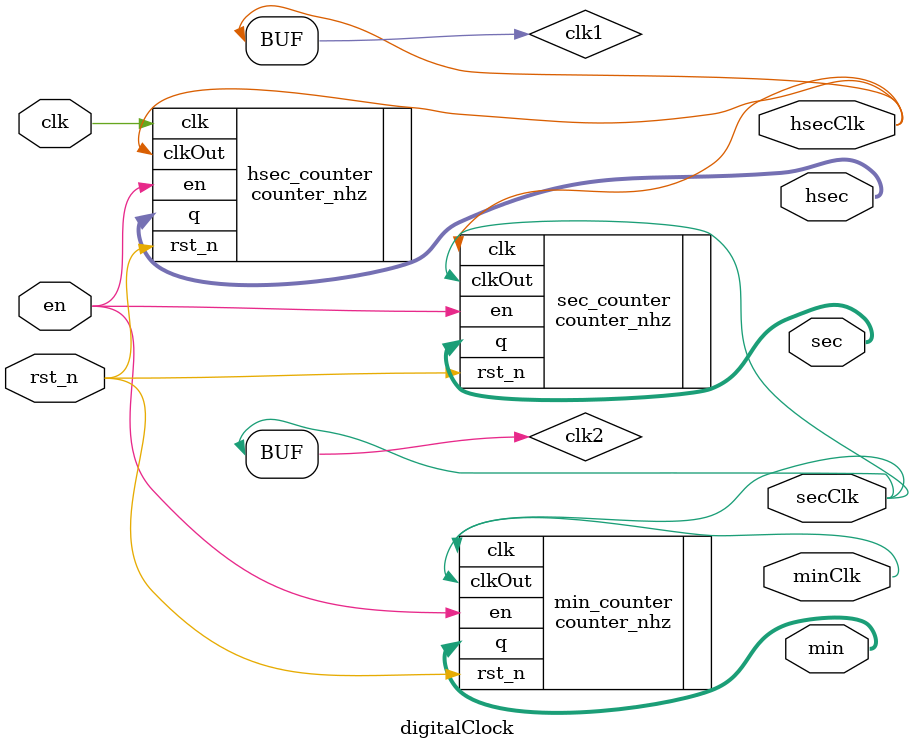
<source format=sv>
module digitalClock (
    input clk,
    input rst_n,
    input en,
    output [6:0] hsec,
    output [5:0] sec,
    output [5:0] min,
    output hsecClk,
    output secClk,
    output minClk
);

logic clk1,clk2;
  counter_nhz #(
      .divider(500_000),
      .count  (60)
  ) hsec_counter (
      .clk(clk),
      .rst_n(rst_n),
      .en(en),
      .q(hsec),
      .clkOut(clk1)
  );
  counter_nhz #(
      .divider(50),
      .count  (60)
  ) sec_counter (
      .clk(hsecClk),
      .rst_n(rst_n),
      .en(en),
      .q(sec),
      .clkOut(clk2)
  );
  counter_nhz #(
      .divider(30),
      .count  (60)
  ) min_counter (
      .clk(secClk),
      .rst_n(rst_n),
      .en(en),
      .q(min),
      .clkOut(minClk)
  );

assign hsecClk = clk1;
assign secClk = clk2;


endmodule

</source>
